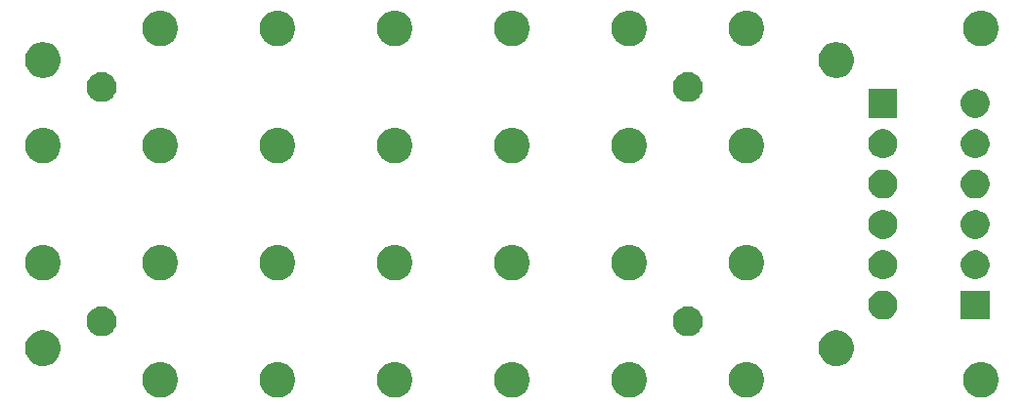
<source format=gbr>
G04 #@! TF.GenerationSoftware,KiCad,Pcbnew,5.1.5-52549c5~86~ubuntu18.04.1*
G04 #@! TF.CreationDate,2020-09-02T18:09:45-05:00*
G04 #@! TF.ProjectId,C00,4330302e-6b69-4636-9164-5f7063625858,rev?*
G04 #@! TF.SameCoordinates,Original*
G04 #@! TF.FileFunction,Soldermask,Bot*
G04 #@! TF.FilePolarity,Negative*
%FSLAX46Y46*%
G04 Gerber Fmt 4.6, Leading zero omitted, Abs format (unit mm)*
G04 Created by KiCad (PCBNEW 5.1.5-52549c5~86~ubuntu18.04.1) date 2020-09-02 18:09:45*
%MOMM*%
%LPD*%
G04 APERTURE LIST*
%ADD10C,0.100000*%
G04 APERTURE END LIST*
D10*
G36*
X105392585Y-52768802D02*
G01*
X105542410Y-52798604D01*
X105824674Y-52915521D01*
X106078705Y-53085259D01*
X106294741Y-53301295D01*
X106464479Y-53555326D01*
X106581396Y-53837590D01*
X106641000Y-54137240D01*
X106641000Y-54442760D01*
X106581396Y-54742410D01*
X106464479Y-55024674D01*
X106294741Y-55278705D01*
X106078705Y-55494741D01*
X105824674Y-55664479D01*
X105542410Y-55781396D01*
X105392585Y-55811198D01*
X105242761Y-55841000D01*
X104937239Y-55841000D01*
X104787415Y-55811198D01*
X104637590Y-55781396D01*
X104355326Y-55664479D01*
X104101295Y-55494741D01*
X103885259Y-55278705D01*
X103715521Y-55024674D01*
X103598604Y-54742410D01*
X103539000Y-54442760D01*
X103539000Y-54137240D01*
X103598604Y-53837590D01*
X103715521Y-53555326D01*
X103885259Y-53301295D01*
X104101295Y-53085259D01*
X104355326Y-52915521D01*
X104637590Y-52798604D01*
X104787415Y-52768802D01*
X104937239Y-52739000D01*
X105242761Y-52739000D01*
X105392585Y-52768802D01*
G37*
G36*
X44432585Y-52768802D02*
G01*
X44582410Y-52798604D01*
X44864674Y-52915521D01*
X45118705Y-53085259D01*
X45334741Y-53301295D01*
X45504479Y-53555326D01*
X45621396Y-53837590D01*
X45681000Y-54137240D01*
X45681000Y-54442760D01*
X45621396Y-54742410D01*
X45504479Y-55024674D01*
X45334741Y-55278705D01*
X45118705Y-55494741D01*
X44864674Y-55664479D01*
X44582410Y-55781396D01*
X44432585Y-55811198D01*
X44282761Y-55841000D01*
X43977239Y-55841000D01*
X43827415Y-55811198D01*
X43677590Y-55781396D01*
X43395326Y-55664479D01*
X43141295Y-55494741D01*
X42925259Y-55278705D01*
X42755521Y-55024674D01*
X42638604Y-54742410D01*
X42579000Y-54442760D01*
X42579000Y-54137240D01*
X42638604Y-53837590D01*
X42755521Y-53555326D01*
X42925259Y-53301295D01*
X43141295Y-53085259D01*
X43395326Y-52915521D01*
X43677590Y-52798604D01*
X43827415Y-52768802D01*
X43977239Y-52739000D01*
X44282761Y-52739000D01*
X44432585Y-52768802D01*
G37*
G36*
X34272585Y-52768802D02*
G01*
X34422410Y-52798604D01*
X34704674Y-52915521D01*
X34958705Y-53085259D01*
X35174741Y-53301295D01*
X35344479Y-53555326D01*
X35461396Y-53837590D01*
X35521000Y-54137240D01*
X35521000Y-54442760D01*
X35461396Y-54742410D01*
X35344479Y-55024674D01*
X35174741Y-55278705D01*
X34958705Y-55494741D01*
X34704674Y-55664479D01*
X34422410Y-55781396D01*
X34272585Y-55811198D01*
X34122761Y-55841000D01*
X33817239Y-55841000D01*
X33667415Y-55811198D01*
X33517590Y-55781396D01*
X33235326Y-55664479D01*
X32981295Y-55494741D01*
X32765259Y-55278705D01*
X32595521Y-55024674D01*
X32478604Y-54742410D01*
X32419000Y-54442760D01*
X32419000Y-54137240D01*
X32478604Y-53837590D01*
X32595521Y-53555326D01*
X32765259Y-53301295D01*
X32981295Y-53085259D01*
X33235326Y-52915521D01*
X33517590Y-52798604D01*
X33667415Y-52768802D01*
X33817239Y-52739000D01*
X34122761Y-52739000D01*
X34272585Y-52768802D01*
G37*
G36*
X54592585Y-52768802D02*
G01*
X54742410Y-52798604D01*
X55024674Y-52915521D01*
X55278705Y-53085259D01*
X55494741Y-53301295D01*
X55664479Y-53555326D01*
X55781396Y-53837590D01*
X55841000Y-54137240D01*
X55841000Y-54442760D01*
X55781396Y-54742410D01*
X55664479Y-55024674D01*
X55494741Y-55278705D01*
X55278705Y-55494741D01*
X55024674Y-55664479D01*
X54742410Y-55781396D01*
X54592585Y-55811198D01*
X54442761Y-55841000D01*
X54137239Y-55841000D01*
X53987415Y-55811198D01*
X53837590Y-55781396D01*
X53555326Y-55664479D01*
X53301295Y-55494741D01*
X53085259Y-55278705D01*
X52915521Y-55024674D01*
X52798604Y-54742410D01*
X52739000Y-54442760D01*
X52739000Y-54137240D01*
X52798604Y-53837590D01*
X52915521Y-53555326D01*
X53085259Y-53301295D01*
X53301295Y-53085259D01*
X53555326Y-52915521D01*
X53837590Y-52798604D01*
X53987415Y-52768802D01*
X54137239Y-52739000D01*
X54442761Y-52739000D01*
X54592585Y-52768802D01*
G37*
G36*
X74912585Y-52768802D02*
G01*
X75062410Y-52798604D01*
X75344674Y-52915521D01*
X75598705Y-53085259D01*
X75814741Y-53301295D01*
X75984479Y-53555326D01*
X76101396Y-53837590D01*
X76161000Y-54137240D01*
X76161000Y-54442760D01*
X76101396Y-54742410D01*
X75984479Y-55024674D01*
X75814741Y-55278705D01*
X75598705Y-55494741D01*
X75344674Y-55664479D01*
X75062410Y-55781396D01*
X74912585Y-55811198D01*
X74762761Y-55841000D01*
X74457239Y-55841000D01*
X74307415Y-55811198D01*
X74157590Y-55781396D01*
X73875326Y-55664479D01*
X73621295Y-55494741D01*
X73405259Y-55278705D01*
X73235521Y-55024674D01*
X73118604Y-54742410D01*
X73059000Y-54442760D01*
X73059000Y-54137240D01*
X73118604Y-53837590D01*
X73235521Y-53555326D01*
X73405259Y-53301295D01*
X73621295Y-53085259D01*
X73875326Y-52915521D01*
X74157590Y-52798604D01*
X74307415Y-52768802D01*
X74457239Y-52739000D01*
X74762761Y-52739000D01*
X74912585Y-52768802D01*
G37*
G36*
X85072585Y-52768802D02*
G01*
X85222410Y-52798604D01*
X85504674Y-52915521D01*
X85758705Y-53085259D01*
X85974741Y-53301295D01*
X86144479Y-53555326D01*
X86261396Y-53837590D01*
X86321000Y-54137240D01*
X86321000Y-54442760D01*
X86261396Y-54742410D01*
X86144479Y-55024674D01*
X85974741Y-55278705D01*
X85758705Y-55494741D01*
X85504674Y-55664479D01*
X85222410Y-55781396D01*
X85072585Y-55811198D01*
X84922761Y-55841000D01*
X84617239Y-55841000D01*
X84467415Y-55811198D01*
X84317590Y-55781396D01*
X84035326Y-55664479D01*
X83781295Y-55494741D01*
X83565259Y-55278705D01*
X83395521Y-55024674D01*
X83278604Y-54742410D01*
X83219000Y-54442760D01*
X83219000Y-54137240D01*
X83278604Y-53837590D01*
X83395521Y-53555326D01*
X83565259Y-53301295D01*
X83781295Y-53085259D01*
X84035326Y-52915521D01*
X84317590Y-52798604D01*
X84467415Y-52768802D01*
X84617239Y-52739000D01*
X84922761Y-52739000D01*
X85072585Y-52768802D01*
G37*
G36*
X64752585Y-52768802D02*
G01*
X64902410Y-52798604D01*
X65184674Y-52915521D01*
X65438705Y-53085259D01*
X65654741Y-53301295D01*
X65824479Y-53555326D01*
X65941396Y-53837590D01*
X66001000Y-54137240D01*
X66001000Y-54442760D01*
X65941396Y-54742410D01*
X65824479Y-55024674D01*
X65654741Y-55278705D01*
X65438705Y-55494741D01*
X65184674Y-55664479D01*
X64902410Y-55781396D01*
X64752585Y-55811198D01*
X64602761Y-55841000D01*
X64297239Y-55841000D01*
X64147415Y-55811198D01*
X63997590Y-55781396D01*
X63715326Y-55664479D01*
X63461295Y-55494741D01*
X63245259Y-55278705D01*
X63075521Y-55024674D01*
X62958604Y-54742410D01*
X62899000Y-54442760D01*
X62899000Y-54137240D01*
X62958604Y-53837590D01*
X63075521Y-53555326D01*
X63245259Y-53301295D01*
X63461295Y-53085259D01*
X63715326Y-52915521D01*
X63997590Y-52798604D01*
X64147415Y-52768802D01*
X64297239Y-52739000D01*
X64602761Y-52739000D01*
X64752585Y-52768802D01*
G37*
G36*
X24112585Y-50028802D02*
G01*
X24262410Y-50058604D01*
X24544674Y-50175521D01*
X24798705Y-50345259D01*
X25014741Y-50561295D01*
X25184479Y-50815326D01*
X25301396Y-51097590D01*
X25361000Y-51397240D01*
X25361000Y-51702760D01*
X25301396Y-52002410D01*
X25184479Y-52284674D01*
X25014741Y-52538705D01*
X24798705Y-52754741D01*
X24544674Y-52924479D01*
X24262410Y-53041396D01*
X24112585Y-53071198D01*
X23962761Y-53101000D01*
X23657239Y-53101000D01*
X23507415Y-53071198D01*
X23357590Y-53041396D01*
X23075326Y-52924479D01*
X22821295Y-52754741D01*
X22605259Y-52538705D01*
X22435521Y-52284674D01*
X22318604Y-52002410D01*
X22259000Y-51702760D01*
X22259000Y-51397240D01*
X22318604Y-51097590D01*
X22435521Y-50815326D01*
X22605259Y-50561295D01*
X22821295Y-50345259D01*
X23075326Y-50175521D01*
X23357590Y-50058604D01*
X23507415Y-50028802D01*
X23657239Y-49999000D01*
X23962761Y-49999000D01*
X24112585Y-50028802D01*
G37*
G36*
X92862585Y-50028802D02*
G01*
X93012410Y-50058604D01*
X93294674Y-50175521D01*
X93548705Y-50345259D01*
X93764741Y-50561295D01*
X93934479Y-50815326D01*
X94051396Y-51097590D01*
X94111000Y-51397240D01*
X94111000Y-51702760D01*
X94051396Y-52002410D01*
X93934479Y-52284674D01*
X93764741Y-52538705D01*
X93548705Y-52754741D01*
X93294674Y-52924479D01*
X93012410Y-53041396D01*
X92862585Y-53071198D01*
X92712761Y-53101000D01*
X92407239Y-53101000D01*
X92257415Y-53071198D01*
X92107590Y-53041396D01*
X91825326Y-52924479D01*
X91571295Y-52754741D01*
X91355259Y-52538705D01*
X91185521Y-52284674D01*
X91068604Y-52002410D01*
X91009000Y-51702760D01*
X91009000Y-51397240D01*
X91068604Y-51097590D01*
X91185521Y-50815326D01*
X91355259Y-50561295D01*
X91571295Y-50345259D01*
X91825326Y-50175521D01*
X92107590Y-50058604D01*
X92257415Y-50028802D01*
X92407239Y-49999000D01*
X92712761Y-49999000D01*
X92862585Y-50028802D01*
G37*
G36*
X80069393Y-47959304D02*
G01*
X80306101Y-48057352D01*
X80306103Y-48057353D01*
X80519135Y-48199696D01*
X80700304Y-48380865D01*
X80842647Y-48593897D01*
X80842648Y-48593899D01*
X80940696Y-48830607D01*
X80990680Y-49081893D01*
X80990680Y-49338107D01*
X80940696Y-49589393D01*
X80842648Y-49826101D01*
X80842647Y-49826103D01*
X80700304Y-50039135D01*
X80519135Y-50220304D01*
X80306103Y-50362647D01*
X80306102Y-50362648D01*
X80306101Y-50362648D01*
X80069393Y-50460696D01*
X79818107Y-50510680D01*
X79561893Y-50510680D01*
X79310607Y-50460696D01*
X79073899Y-50362648D01*
X79073898Y-50362648D01*
X79073897Y-50362647D01*
X78860865Y-50220304D01*
X78679696Y-50039135D01*
X78537353Y-49826103D01*
X78537352Y-49826101D01*
X78439304Y-49589393D01*
X78389320Y-49338107D01*
X78389320Y-49081893D01*
X78439304Y-48830607D01*
X78537352Y-48593899D01*
X78537353Y-48593897D01*
X78679696Y-48380865D01*
X78860865Y-48199696D01*
X79073897Y-48057353D01*
X79073899Y-48057352D01*
X79310607Y-47959304D01*
X79561893Y-47909320D01*
X79818107Y-47909320D01*
X80069393Y-47959304D01*
G37*
G36*
X29269393Y-47959304D02*
G01*
X29506101Y-48057352D01*
X29506103Y-48057353D01*
X29719135Y-48199696D01*
X29900304Y-48380865D01*
X30042647Y-48593897D01*
X30042648Y-48593899D01*
X30140696Y-48830607D01*
X30190680Y-49081893D01*
X30190680Y-49338107D01*
X30140696Y-49589393D01*
X30042648Y-49826101D01*
X30042647Y-49826103D01*
X29900304Y-50039135D01*
X29719135Y-50220304D01*
X29506103Y-50362647D01*
X29506102Y-50362648D01*
X29506101Y-50362648D01*
X29269393Y-50460696D01*
X29018107Y-50510680D01*
X28761893Y-50510680D01*
X28510607Y-50460696D01*
X28273899Y-50362648D01*
X28273898Y-50362648D01*
X28273897Y-50362647D01*
X28060865Y-50220304D01*
X27879696Y-50039135D01*
X27737353Y-49826103D01*
X27737352Y-49826101D01*
X27639304Y-49589393D01*
X27589320Y-49338107D01*
X27589320Y-49081893D01*
X27639304Y-48830607D01*
X27737352Y-48593899D01*
X27737353Y-48593897D01*
X27879696Y-48380865D01*
X28060865Y-48199696D01*
X28273897Y-48057353D01*
X28273899Y-48057352D01*
X28510607Y-47959304D01*
X28761893Y-47909320D01*
X29018107Y-47909320D01*
X29269393Y-47959304D01*
G37*
G36*
X96964903Y-46597075D02*
G01*
X97192571Y-46691378D01*
X97397466Y-46828285D01*
X97571715Y-47002534D01*
X97571716Y-47002536D01*
X97708623Y-47207431D01*
X97802925Y-47435097D01*
X97851000Y-47676786D01*
X97851000Y-47923214D01*
X97802925Y-48164903D01*
X97713471Y-48380866D01*
X97708622Y-48392571D01*
X97571715Y-48597466D01*
X97397466Y-48771715D01*
X97192571Y-48908622D01*
X97192570Y-48908623D01*
X97192569Y-48908623D01*
X96964903Y-49002925D01*
X96723214Y-49051000D01*
X96476786Y-49051000D01*
X96235097Y-49002925D01*
X96007431Y-48908623D01*
X96007430Y-48908623D01*
X96007429Y-48908622D01*
X95802534Y-48771715D01*
X95628285Y-48597466D01*
X95491378Y-48392571D01*
X95486530Y-48380866D01*
X95397075Y-48164903D01*
X95349000Y-47923214D01*
X95349000Y-47676786D01*
X95397075Y-47435097D01*
X95491377Y-47207431D01*
X95628284Y-47002536D01*
X95628285Y-47002534D01*
X95802534Y-46828285D01*
X96007429Y-46691378D01*
X96235097Y-46597075D01*
X96476786Y-46549000D01*
X96723214Y-46549000D01*
X96964903Y-46597075D01*
G37*
G36*
X105851000Y-49051000D02*
G01*
X103349000Y-49051000D01*
X103349000Y-46549000D01*
X105851000Y-46549000D01*
X105851000Y-49051000D01*
G37*
G36*
X34272585Y-42608802D02*
G01*
X34422410Y-42638604D01*
X34704674Y-42755521D01*
X34958705Y-42925259D01*
X35174741Y-43141295D01*
X35344479Y-43395326D01*
X35461396Y-43677590D01*
X35521000Y-43977240D01*
X35521000Y-44282760D01*
X35461396Y-44582410D01*
X35344479Y-44864674D01*
X35174741Y-45118705D01*
X34958705Y-45334741D01*
X34704674Y-45504479D01*
X34422410Y-45621396D01*
X34272585Y-45651198D01*
X34122761Y-45681000D01*
X33817239Y-45681000D01*
X33667415Y-45651198D01*
X33517590Y-45621396D01*
X33235326Y-45504479D01*
X32981295Y-45334741D01*
X32765259Y-45118705D01*
X32595521Y-44864674D01*
X32478604Y-44582410D01*
X32419000Y-44282760D01*
X32419000Y-43977240D01*
X32478604Y-43677590D01*
X32595521Y-43395326D01*
X32765259Y-43141295D01*
X32981295Y-42925259D01*
X33235326Y-42755521D01*
X33517590Y-42638604D01*
X33667415Y-42608802D01*
X33817239Y-42579000D01*
X34122761Y-42579000D01*
X34272585Y-42608802D01*
G37*
G36*
X85072585Y-42608802D02*
G01*
X85222410Y-42638604D01*
X85504674Y-42755521D01*
X85758705Y-42925259D01*
X85974741Y-43141295D01*
X86144479Y-43395326D01*
X86261396Y-43677590D01*
X86321000Y-43977240D01*
X86321000Y-44282760D01*
X86261396Y-44582410D01*
X86144479Y-44864674D01*
X85974741Y-45118705D01*
X85758705Y-45334741D01*
X85504674Y-45504479D01*
X85222410Y-45621396D01*
X85072585Y-45651198D01*
X84922761Y-45681000D01*
X84617239Y-45681000D01*
X84467415Y-45651198D01*
X84317590Y-45621396D01*
X84035326Y-45504479D01*
X83781295Y-45334741D01*
X83565259Y-45118705D01*
X83395521Y-44864674D01*
X83278604Y-44582410D01*
X83219000Y-44282760D01*
X83219000Y-43977240D01*
X83278604Y-43677590D01*
X83395521Y-43395326D01*
X83565259Y-43141295D01*
X83781295Y-42925259D01*
X84035326Y-42755521D01*
X84317590Y-42638604D01*
X84467415Y-42608802D01*
X84617239Y-42579000D01*
X84922761Y-42579000D01*
X85072585Y-42608802D01*
G37*
G36*
X74912585Y-42608802D02*
G01*
X75062410Y-42638604D01*
X75344674Y-42755521D01*
X75598705Y-42925259D01*
X75814741Y-43141295D01*
X75984479Y-43395326D01*
X76101396Y-43677590D01*
X76161000Y-43977240D01*
X76161000Y-44282760D01*
X76101396Y-44582410D01*
X75984479Y-44864674D01*
X75814741Y-45118705D01*
X75598705Y-45334741D01*
X75344674Y-45504479D01*
X75062410Y-45621396D01*
X74912585Y-45651198D01*
X74762761Y-45681000D01*
X74457239Y-45681000D01*
X74307415Y-45651198D01*
X74157590Y-45621396D01*
X73875326Y-45504479D01*
X73621295Y-45334741D01*
X73405259Y-45118705D01*
X73235521Y-44864674D01*
X73118604Y-44582410D01*
X73059000Y-44282760D01*
X73059000Y-43977240D01*
X73118604Y-43677590D01*
X73235521Y-43395326D01*
X73405259Y-43141295D01*
X73621295Y-42925259D01*
X73875326Y-42755521D01*
X74157590Y-42638604D01*
X74307415Y-42608802D01*
X74457239Y-42579000D01*
X74762761Y-42579000D01*
X74912585Y-42608802D01*
G37*
G36*
X64752585Y-42608802D02*
G01*
X64902410Y-42638604D01*
X65184674Y-42755521D01*
X65438705Y-42925259D01*
X65654741Y-43141295D01*
X65824479Y-43395326D01*
X65941396Y-43677590D01*
X66001000Y-43977240D01*
X66001000Y-44282760D01*
X65941396Y-44582410D01*
X65824479Y-44864674D01*
X65654741Y-45118705D01*
X65438705Y-45334741D01*
X65184674Y-45504479D01*
X64902410Y-45621396D01*
X64752585Y-45651198D01*
X64602761Y-45681000D01*
X64297239Y-45681000D01*
X64147415Y-45651198D01*
X63997590Y-45621396D01*
X63715326Y-45504479D01*
X63461295Y-45334741D01*
X63245259Y-45118705D01*
X63075521Y-44864674D01*
X62958604Y-44582410D01*
X62899000Y-44282760D01*
X62899000Y-43977240D01*
X62958604Y-43677590D01*
X63075521Y-43395326D01*
X63245259Y-43141295D01*
X63461295Y-42925259D01*
X63715326Y-42755521D01*
X63997590Y-42638604D01*
X64147415Y-42608802D01*
X64297239Y-42579000D01*
X64602761Y-42579000D01*
X64752585Y-42608802D01*
G37*
G36*
X54592585Y-42608802D02*
G01*
X54742410Y-42638604D01*
X55024674Y-42755521D01*
X55278705Y-42925259D01*
X55494741Y-43141295D01*
X55664479Y-43395326D01*
X55781396Y-43677590D01*
X55841000Y-43977240D01*
X55841000Y-44282760D01*
X55781396Y-44582410D01*
X55664479Y-44864674D01*
X55494741Y-45118705D01*
X55278705Y-45334741D01*
X55024674Y-45504479D01*
X54742410Y-45621396D01*
X54592585Y-45651198D01*
X54442761Y-45681000D01*
X54137239Y-45681000D01*
X53987415Y-45651198D01*
X53837590Y-45621396D01*
X53555326Y-45504479D01*
X53301295Y-45334741D01*
X53085259Y-45118705D01*
X52915521Y-44864674D01*
X52798604Y-44582410D01*
X52739000Y-44282760D01*
X52739000Y-43977240D01*
X52798604Y-43677590D01*
X52915521Y-43395326D01*
X53085259Y-43141295D01*
X53301295Y-42925259D01*
X53555326Y-42755521D01*
X53837590Y-42638604D01*
X53987415Y-42608802D01*
X54137239Y-42579000D01*
X54442761Y-42579000D01*
X54592585Y-42608802D01*
G37*
G36*
X44432585Y-42608802D02*
G01*
X44582410Y-42638604D01*
X44864674Y-42755521D01*
X45118705Y-42925259D01*
X45334741Y-43141295D01*
X45504479Y-43395326D01*
X45621396Y-43677590D01*
X45681000Y-43977240D01*
X45681000Y-44282760D01*
X45621396Y-44582410D01*
X45504479Y-44864674D01*
X45334741Y-45118705D01*
X45118705Y-45334741D01*
X44864674Y-45504479D01*
X44582410Y-45621396D01*
X44432585Y-45651198D01*
X44282761Y-45681000D01*
X43977239Y-45681000D01*
X43827415Y-45651198D01*
X43677590Y-45621396D01*
X43395326Y-45504479D01*
X43141295Y-45334741D01*
X42925259Y-45118705D01*
X42755521Y-44864674D01*
X42638604Y-44582410D01*
X42579000Y-44282760D01*
X42579000Y-43977240D01*
X42638604Y-43677590D01*
X42755521Y-43395326D01*
X42925259Y-43141295D01*
X43141295Y-42925259D01*
X43395326Y-42755521D01*
X43677590Y-42638604D01*
X43827415Y-42608802D01*
X43977239Y-42579000D01*
X44282761Y-42579000D01*
X44432585Y-42608802D01*
G37*
G36*
X24112585Y-42608802D02*
G01*
X24262410Y-42638604D01*
X24544674Y-42755521D01*
X24798705Y-42925259D01*
X25014741Y-43141295D01*
X25184479Y-43395326D01*
X25301396Y-43677590D01*
X25361000Y-43977240D01*
X25361000Y-44282760D01*
X25301396Y-44582410D01*
X25184479Y-44864674D01*
X25014741Y-45118705D01*
X24798705Y-45334741D01*
X24544674Y-45504479D01*
X24262410Y-45621396D01*
X24112585Y-45651198D01*
X23962761Y-45681000D01*
X23657239Y-45681000D01*
X23507415Y-45651198D01*
X23357590Y-45621396D01*
X23075326Y-45504479D01*
X22821295Y-45334741D01*
X22605259Y-45118705D01*
X22435521Y-44864674D01*
X22318604Y-44582410D01*
X22259000Y-44282760D01*
X22259000Y-43977240D01*
X22318604Y-43677590D01*
X22435521Y-43395326D01*
X22605259Y-43141295D01*
X22821295Y-42925259D01*
X23075326Y-42755521D01*
X23357590Y-42638604D01*
X23507415Y-42608802D01*
X23657239Y-42579000D01*
X23962761Y-42579000D01*
X24112585Y-42608802D01*
G37*
G36*
X96964903Y-43097075D02*
G01*
X97192571Y-43191378D01*
X97397466Y-43328285D01*
X97571715Y-43502534D01*
X97708622Y-43707429D01*
X97802925Y-43935097D01*
X97851000Y-44176787D01*
X97851000Y-44423213D01*
X97802925Y-44664903D01*
X97708622Y-44892571D01*
X97571715Y-45097466D01*
X97397466Y-45271715D01*
X97192571Y-45408622D01*
X97192570Y-45408623D01*
X97192569Y-45408623D01*
X96964903Y-45502925D01*
X96723214Y-45551000D01*
X96476786Y-45551000D01*
X96235097Y-45502925D01*
X96007431Y-45408623D01*
X96007430Y-45408623D01*
X96007429Y-45408622D01*
X95802534Y-45271715D01*
X95628285Y-45097466D01*
X95491378Y-44892571D01*
X95397075Y-44664903D01*
X95349000Y-44423213D01*
X95349000Y-44176787D01*
X95397075Y-43935097D01*
X95491378Y-43707429D01*
X95628285Y-43502534D01*
X95802534Y-43328285D01*
X96007429Y-43191378D01*
X96235097Y-43097075D01*
X96476786Y-43049000D01*
X96723214Y-43049000D01*
X96964903Y-43097075D01*
G37*
G36*
X104964903Y-43097075D02*
G01*
X105192571Y-43191378D01*
X105397466Y-43328285D01*
X105571715Y-43502534D01*
X105708622Y-43707429D01*
X105802925Y-43935097D01*
X105851000Y-44176787D01*
X105851000Y-44423213D01*
X105802925Y-44664903D01*
X105708622Y-44892571D01*
X105571715Y-45097466D01*
X105397466Y-45271715D01*
X105192571Y-45408622D01*
X105192570Y-45408623D01*
X105192569Y-45408623D01*
X104964903Y-45502925D01*
X104723214Y-45551000D01*
X104476786Y-45551000D01*
X104235097Y-45502925D01*
X104007431Y-45408623D01*
X104007430Y-45408623D01*
X104007429Y-45408622D01*
X103802534Y-45271715D01*
X103628285Y-45097466D01*
X103491378Y-44892571D01*
X103397075Y-44664903D01*
X103349000Y-44423213D01*
X103349000Y-44176787D01*
X103397075Y-43935097D01*
X103491378Y-43707429D01*
X103628285Y-43502534D01*
X103802534Y-43328285D01*
X104007429Y-43191378D01*
X104235097Y-43097075D01*
X104476786Y-43049000D01*
X104723214Y-43049000D01*
X104964903Y-43097075D01*
G37*
G36*
X104964903Y-39597075D02*
G01*
X105192571Y-39691378D01*
X105397466Y-39828285D01*
X105571715Y-40002534D01*
X105708622Y-40207429D01*
X105802925Y-40435097D01*
X105851000Y-40676787D01*
X105851000Y-40923213D01*
X105802925Y-41164903D01*
X105708622Y-41392571D01*
X105571715Y-41597466D01*
X105397466Y-41771715D01*
X105192571Y-41908622D01*
X105192570Y-41908623D01*
X105192569Y-41908623D01*
X104964903Y-42002925D01*
X104723214Y-42051000D01*
X104476786Y-42051000D01*
X104235097Y-42002925D01*
X104007431Y-41908623D01*
X104007430Y-41908623D01*
X104007429Y-41908622D01*
X103802534Y-41771715D01*
X103628285Y-41597466D01*
X103491378Y-41392571D01*
X103397075Y-41164903D01*
X103349000Y-40923213D01*
X103349000Y-40676787D01*
X103397075Y-40435097D01*
X103491378Y-40207429D01*
X103628285Y-40002534D01*
X103802534Y-39828285D01*
X104007429Y-39691378D01*
X104235097Y-39597075D01*
X104476786Y-39549000D01*
X104723214Y-39549000D01*
X104964903Y-39597075D01*
G37*
G36*
X96964903Y-39597075D02*
G01*
X97192571Y-39691378D01*
X97397466Y-39828285D01*
X97571715Y-40002534D01*
X97708622Y-40207429D01*
X97802925Y-40435097D01*
X97851000Y-40676787D01*
X97851000Y-40923213D01*
X97802925Y-41164903D01*
X97708622Y-41392571D01*
X97571715Y-41597466D01*
X97397466Y-41771715D01*
X97192571Y-41908622D01*
X97192570Y-41908623D01*
X97192569Y-41908623D01*
X96964903Y-42002925D01*
X96723214Y-42051000D01*
X96476786Y-42051000D01*
X96235097Y-42002925D01*
X96007431Y-41908623D01*
X96007430Y-41908623D01*
X96007429Y-41908622D01*
X95802534Y-41771715D01*
X95628285Y-41597466D01*
X95491378Y-41392571D01*
X95397075Y-41164903D01*
X95349000Y-40923213D01*
X95349000Y-40676787D01*
X95397075Y-40435097D01*
X95491378Y-40207429D01*
X95628285Y-40002534D01*
X95802534Y-39828285D01*
X96007429Y-39691378D01*
X96235097Y-39597075D01*
X96476786Y-39549000D01*
X96723214Y-39549000D01*
X96964903Y-39597075D01*
G37*
G36*
X104964903Y-36097075D02*
G01*
X105192571Y-36191378D01*
X105397466Y-36328285D01*
X105571715Y-36502534D01*
X105708622Y-36707429D01*
X105802925Y-36935097D01*
X105851000Y-37176787D01*
X105851000Y-37423213D01*
X105802925Y-37664903D01*
X105708622Y-37892571D01*
X105571715Y-38097466D01*
X105397466Y-38271715D01*
X105192571Y-38408622D01*
X105192570Y-38408623D01*
X105192569Y-38408623D01*
X104964903Y-38502925D01*
X104723214Y-38551000D01*
X104476786Y-38551000D01*
X104235097Y-38502925D01*
X104007431Y-38408623D01*
X104007430Y-38408623D01*
X104007429Y-38408622D01*
X103802534Y-38271715D01*
X103628285Y-38097466D01*
X103491378Y-37892571D01*
X103397075Y-37664903D01*
X103349000Y-37423213D01*
X103349000Y-37176787D01*
X103397075Y-36935097D01*
X103491378Y-36707429D01*
X103628285Y-36502534D01*
X103802534Y-36328285D01*
X104007429Y-36191378D01*
X104235097Y-36097075D01*
X104476786Y-36049000D01*
X104723214Y-36049000D01*
X104964903Y-36097075D01*
G37*
G36*
X96964903Y-36097075D02*
G01*
X97192571Y-36191378D01*
X97397466Y-36328285D01*
X97571715Y-36502534D01*
X97708622Y-36707429D01*
X97802925Y-36935097D01*
X97851000Y-37176787D01*
X97851000Y-37423213D01*
X97802925Y-37664903D01*
X97708622Y-37892571D01*
X97571715Y-38097466D01*
X97397466Y-38271715D01*
X97192571Y-38408622D01*
X97192570Y-38408623D01*
X97192569Y-38408623D01*
X96964903Y-38502925D01*
X96723214Y-38551000D01*
X96476786Y-38551000D01*
X96235097Y-38502925D01*
X96007431Y-38408623D01*
X96007430Y-38408623D01*
X96007429Y-38408622D01*
X95802534Y-38271715D01*
X95628285Y-38097466D01*
X95491378Y-37892571D01*
X95397075Y-37664903D01*
X95349000Y-37423213D01*
X95349000Y-37176787D01*
X95397075Y-36935097D01*
X95491378Y-36707429D01*
X95628285Y-36502534D01*
X95802534Y-36328285D01*
X96007429Y-36191378D01*
X96235097Y-36097075D01*
X96476786Y-36049000D01*
X96723214Y-36049000D01*
X96964903Y-36097075D01*
G37*
G36*
X24112585Y-32448802D02*
G01*
X24262410Y-32478604D01*
X24544674Y-32595521D01*
X24798705Y-32765259D01*
X25014741Y-32981295D01*
X25184479Y-33235326D01*
X25301396Y-33517590D01*
X25361000Y-33817240D01*
X25361000Y-34122760D01*
X25301396Y-34422410D01*
X25184479Y-34704674D01*
X25014741Y-34958705D01*
X24798705Y-35174741D01*
X24544674Y-35344479D01*
X24262410Y-35461396D01*
X24112585Y-35491198D01*
X23962761Y-35521000D01*
X23657239Y-35521000D01*
X23507415Y-35491198D01*
X23357590Y-35461396D01*
X23075326Y-35344479D01*
X22821295Y-35174741D01*
X22605259Y-34958705D01*
X22435521Y-34704674D01*
X22318604Y-34422410D01*
X22259000Y-34122760D01*
X22259000Y-33817240D01*
X22318604Y-33517590D01*
X22435521Y-33235326D01*
X22605259Y-32981295D01*
X22821295Y-32765259D01*
X23075326Y-32595521D01*
X23357590Y-32478604D01*
X23507415Y-32448802D01*
X23657239Y-32419000D01*
X23962761Y-32419000D01*
X24112585Y-32448802D01*
G37*
G36*
X34272585Y-32448802D02*
G01*
X34422410Y-32478604D01*
X34704674Y-32595521D01*
X34958705Y-32765259D01*
X35174741Y-32981295D01*
X35344479Y-33235326D01*
X35461396Y-33517590D01*
X35521000Y-33817240D01*
X35521000Y-34122760D01*
X35461396Y-34422410D01*
X35344479Y-34704674D01*
X35174741Y-34958705D01*
X34958705Y-35174741D01*
X34704674Y-35344479D01*
X34422410Y-35461396D01*
X34272585Y-35491198D01*
X34122761Y-35521000D01*
X33817239Y-35521000D01*
X33667415Y-35491198D01*
X33517590Y-35461396D01*
X33235326Y-35344479D01*
X32981295Y-35174741D01*
X32765259Y-34958705D01*
X32595521Y-34704674D01*
X32478604Y-34422410D01*
X32419000Y-34122760D01*
X32419000Y-33817240D01*
X32478604Y-33517590D01*
X32595521Y-33235326D01*
X32765259Y-32981295D01*
X32981295Y-32765259D01*
X33235326Y-32595521D01*
X33517590Y-32478604D01*
X33667415Y-32448802D01*
X33817239Y-32419000D01*
X34122761Y-32419000D01*
X34272585Y-32448802D01*
G37*
G36*
X44432585Y-32448802D02*
G01*
X44582410Y-32478604D01*
X44864674Y-32595521D01*
X45118705Y-32765259D01*
X45334741Y-32981295D01*
X45504479Y-33235326D01*
X45621396Y-33517590D01*
X45681000Y-33817240D01*
X45681000Y-34122760D01*
X45621396Y-34422410D01*
X45504479Y-34704674D01*
X45334741Y-34958705D01*
X45118705Y-35174741D01*
X44864674Y-35344479D01*
X44582410Y-35461396D01*
X44432585Y-35491198D01*
X44282761Y-35521000D01*
X43977239Y-35521000D01*
X43827415Y-35491198D01*
X43677590Y-35461396D01*
X43395326Y-35344479D01*
X43141295Y-35174741D01*
X42925259Y-34958705D01*
X42755521Y-34704674D01*
X42638604Y-34422410D01*
X42579000Y-34122760D01*
X42579000Y-33817240D01*
X42638604Y-33517590D01*
X42755521Y-33235326D01*
X42925259Y-32981295D01*
X43141295Y-32765259D01*
X43395326Y-32595521D01*
X43677590Y-32478604D01*
X43827415Y-32448802D01*
X43977239Y-32419000D01*
X44282761Y-32419000D01*
X44432585Y-32448802D01*
G37*
G36*
X54592585Y-32448802D02*
G01*
X54742410Y-32478604D01*
X55024674Y-32595521D01*
X55278705Y-32765259D01*
X55494741Y-32981295D01*
X55664479Y-33235326D01*
X55781396Y-33517590D01*
X55841000Y-33817240D01*
X55841000Y-34122760D01*
X55781396Y-34422410D01*
X55664479Y-34704674D01*
X55494741Y-34958705D01*
X55278705Y-35174741D01*
X55024674Y-35344479D01*
X54742410Y-35461396D01*
X54592585Y-35491198D01*
X54442761Y-35521000D01*
X54137239Y-35521000D01*
X53987415Y-35491198D01*
X53837590Y-35461396D01*
X53555326Y-35344479D01*
X53301295Y-35174741D01*
X53085259Y-34958705D01*
X52915521Y-34704674D01*
X52798604Y-34422410D01*
X52739000Y-34122760D01*
X52739000Y-33817240D01*
X52798604Y-33517590D01*
X52915521Y-33235326D01*
X53085259Y-32981295D01*
X53301295Y-32765259D01*
X53555326Y-32595521D01*
X53837590Y-32478604D01*
X53987415Y-32448802D01*
X54137239Y-32419000D01*
X54442761Y-32419000D01*
X54592585Y-32448802D01*
G37*
G36*
X64752585Y-32448802D02*
G01*
X64902410Y-32478604D01*
X65184674Y-32595521D01*
X65438705Y-32765259D01*
X65654741Y-32981295D01*
X65824479Y-33235326D01*
X65941396Y-33517590D01*
X66001000Y-33817240D01*
X66001000Y-34122760D01*
X65941396Y-34422410D01*
X65824479Y-34704674D01*
X65654741Y-34958705D01*
X65438705Y-35174741D01*
X65184674Y-35344479D01*
X64902410Y-35461396D01*
X64752585Y-35491198D01*
X64602761Y-35521000D01*
X64297239Y-35521000D01*
X64147415Y-35491198D01*
X63997590Y-35461396D01*
X63715326Y-35344479D01*
X63461295Y-35174741D01*
X63245259Y-34958705D01*
X63075521Y-34704674D01*
X62958604Y-34422410D01*
X62899000Y-34122760D01*
X62899000Y-33817240D01*
X62958604Y-33517590D01*
X63075521Y-33235326D01*
X63245259Y-32981295D01*
X63461295Y-32765259D01*
X63715326Y-32595521D01*
X63997590Y-32478604D01*
X64147415Y-32448802D01*
X64297239Y-32419000D01*
X64602761Y-32419000D01*
X64752585Y-32448802D01*
G37*
G36*
X74912585Y-32448802D02*
G01*
X75062410Y-32478604D01*
X75344674Y-32595521D01*
X75598705Y-32765259D01*
X75814741Y-32981295D01*
X75984479Y-33235326D01*
X76101396Y-33517590D01*
X76161000Y-33817240D01*
X76161000Y-34122760D01*
X76101396Y-34422410D01*
X75984479Y-34704674D01*
X75814741Y-34958705D01*
X75598705Y-35174741D01*
X75344674Y-35344479D01*
X75062410Y-35461396D01*
X74912585Y-35491198D01*
X74762761Y-35521000D01*
X74457239Y-35521000D01*
X74307415Y-35491198D01*
X74157590Y-35461396D01*
X73875326Y-35344479D01*
X73621295Y-35174741D01*
X73405259Y-34958705D01*
X73235521Y-34704674D01*
X73118604Y-34422410D01*
X73059000Y-34122760D01*
X73059000Y-33817240D01*
X73118604Y-33517590D01*
X73235521Y-33235326D01*
X73405259Y-32981295D01*
X73621295Y-32765259D01*
X73875326Y-32595521D01*
X74157590Y-32478604D01*
X74307415Y-32448802D01*
X74457239Y-32419000D01*
X74762761Y-32419000D01*
X74912585Y-32448802D01*
G37*
G36*
X85072585Y-32448802D02*
G01*
X85222410Y-32478604D01*
X85504674Y-32595521D01*
X85758705Y-32765259D01*
X85974741Y-32981295D01*
X86144479Y-33235326D01*
X86261396Y-33517590D01*
X86321000Y-33817240D01*
X86321000Y-34122760D01*
X86261396Y-34422410D01*
X86144479Y-34704674D01*
X85974741Y-34958705D01*
X85758705Y-35174741D01*
X85504674Y-35344479D01*
X85222410Y-35461396D01*
X85072585Y-35491198D01*
X84922761Y-35521000D01*
X84617239Y-35521000D01*
X84467415Y-35491198D01*
X84317590Y-35461396D01*
X84035326Y-35344479D01*
X83781295Y-35174741D01*
X83565259Y-34958705D01*
X83395521Y-34704674D01*
X83278604Y-34422410D01*
X83219000Y-34122760D01*
X83219000Y-33817240D01*
X83278604Y-33517590D01*
X83395521Y-33235326D01*
X83565259Y-32981295D01*
X83781295Y-32765259D01*
X84035326Y-32595521D01*
X84317590Y-32478604D01*
X84467415Y-32448802D01*
X84617239Y-32419000D01*
X84922761Y-32419000D01*
X85072585Y-32448802D01*
G37*
G36*
X96964903Y-32597075D02*
G01*
X97192571Y-32691378D01*
X97397466Y-32828285D01*
X97571715Y-33002534D01*
X97708622Y-33207429D01*
X97802925Y-33435097D01*
X97851000Y-33676787D01*
X97851000Y-33923213D01*
X97802925Y-34164903D01*
X97708622Y-34392571D01*
X97571715Y-34597466D01*
X97397466Y-34771715D01*
X97192571Y-34908622D01*
X97192570Y-34908623D01*
X97192569Y-34908623D01*
X96964903Y-35002925D01*
X96723214Y-35051000D01*
X96476786Y-35051000D01*
X96235097Y-35002925D01*
X96007431Y-34908623D01*
X96007430Y-34908623D01*
X96007429Y-34908622D01*
X95802534Y-34771715D01*
X95628285Y-34597466D01*
X95491378Y-34392571D01*
X95397075Y-34164903D01*
X95349000Y-33923213D01*
X95349000Y-33676787D01*
X95397075Y-33435097D01*
X95491378Y-33207429D01*
X95628285Y-33002534D01*
X95802534Y-32828285D01*
X96007429Y-32691378D01*
X96235097Y-32597075D01*
X96476786Y-32549000D01*
X96723214Y-32549000D01*
X96964903Y-32597075D01*
G37*
G36*
X104964903Y-32597075D02*
G01*
X105192571Y-32691378D01*
X105397466Y-32828285D01*
X105571715Y-33002534D01*
X105708622Y-33207429D01*
X105802925Y-33435097D01*
X105851000Y-33676787D01*
X105851000Y-33923213D01*
X105802925Y-34164903D01*
X105708622Y-34392571D01*
X105571715Y-34597466D01*
X105397466Y-34771715D01*
X105192571Y-34908622D01*
X105192570Y-34908623D01*
X105192569Y-34908623D01*
X104964903Y-35002925D01*
X104723214Y-35051000D01*
X104476786Y-35051000D01*
X104235097Y-35002925D01*
X104007431Y-34908623D01*
X104007430Y-34908623D01*
X104007429Y-34908622D01*
X103802534Y-34771715D01*
X103628285Y-34597466D01*
X103491378Y-34392571D01*
X103397075Y-34164903D01*
X103349000Y-33923213D01*
X103349000Y-33676787D01*
X103397075Y-33435097D01*
X103491378Y-33207429D01*
X103628285Y-33002534D01*
X103802534Y-32828285D01*
X104007429Y-32691378D01*
X104235097Y-32597075D01*
X104476786Y-32549000D01*
X104723214Y-32549000D01*
X104964903Y-32597075D01*
G37*
G36*
X104964903Y-29097075D02*
G01*
X105192571Y-29191378D01*
X105397466Y-29328285D01*
X105571715Y-29502534D01*
X105708622Y-29707429D01*
X105708623Y-29707431D01*
X105713471Y-29719135D01*
X105802925Y-29935097D01*
X105851000Y-30176787D01*
X105851000Y-30423213D01*
X105802925Y-30664903D01*
X105708622Y-30892571D01*
X105571715Y-31097466D01*
X105397466Y-31271715D01*
X105192571Y-31408622D01*
X105192570Y-31408623D01*
X105192569Y-31408623D01*
X104964903Y-31502925D01*
X104723214Y-31551000D01*
X104476786Y-31551000D01*
X104235097Y-31502925D01*
X104007431Y-31408623D01*
X104007430Y-31408623D01*
X104007429Y-31408622D01*
X103802534Y-31271715D01*
X103628285Y-31097466D01*
X103491378Y-30892571D01*
X103397075Y-30664903D01*
X103349000Y-30423213D01*
X103349000Y-30176787D01*
X103397075Y-29935097D01*
X103486529Y-29719135D01*
X103491377Y-29707431D01*
X103491378Y-29707429D01*
X103628285Y-29502534D01*
X103802534Y-29328285D01*
X104007429Y-29191378D01*
X104235097Y-29097075D01*
X104476786Y-29049000D01*
X104723214Y-29049000D01*
X104964903Y-29097075D01*
G37*
G36*
X97851000Y-31551000D02*
G01*
X95349000Y-31551000D01*
X95349000Y-29049000D01*
X97851000Y-29049000D01*
X97851000Y-31551000D01*
G37*
G36*
X80069393Y-27639304D02*
G01*
X80306101Y-27737352D01*
X80306103Y-27737353D01*
X80519135Y-27879696D01*
X80700304Y-28060865D01*
X80727121Y-28101000D01*
X80842648Y-28273899D01*
X80940696Y-28510607D01*
X80990680Y-28761893D01*
X80990680Y-29018107D01*
X80940696Y-29269393D01*
X80842648Y-29506101D01*
X80842647Y-29506103D01*
X80700304Y-29719135D01*
X80519135Y-29900304D01*
X80306103Y-30042647D01*
X80306102Y-30042648D01*
X80306101Y-30042648D01*
X80069393Y-30140696D01*
X79818107Y-30190680D01*
X79561893Y-30190680D01*
X79310607Y-30140696D01*
X79073899Y-30042648D01*
X79073898Y-30042648D01*
X79073897Y-30042647D01*
X78860865Y-29900304D01*
X78679696Y-29719135D01*
X78537353Y-29506103D01*
X78537352Y-29506101D01*
X78439304Y-29269393D01*
X78389320Y-29018107D01*
X78389320Y-28761893D01*
X78439304Y-28510607D01*
X78537352Y-28273899D01*
X78652879Y-28101000D01*
X78679696Y-28060865D01*
X78860865Y-27879696D01*
X79073897Y-27737353D01*
X79073899Y-27737352D01*
X79310607Y-27639304D01*
X79561893Y-27589320D01*
X79818107Y-27589320D01*
X80069393Y-27639304D01*
G37*
G36*
X29269393Y-27639304D02*
G01*
X29506101Y-27737352D01*
X29506103Y-27737353D01*
X29719135Y-27879696D01*
X29900304Y-28060865D01*
X29927121Y-28101000D01*
X30042648Y-28273899D01*
X30140696Y-28510607D01*
X30190680Y-28761893D01*
X30190680Y-29018107D01*
X30140696Y-29269393D01*
X30042648Y-29506101D01*
X30042647Y-29506103D01*
X29900304Y-29719135D01*
X29719135Y-29900304D01*
X29506103Y-30042647D01*
X29506102Y-30042648D01*
X29506101Y-30042648D01*
X29269393Y-30140696D01*
X29018107Y-30190680D01*
X28761893Y-30190680D01*
X28510607Y-30140696D01*
X28273899Y-30042648D01*
X28273898Y-30042648D01*
X28273897Y-30042647D01*
X28060865Y-29900304D01*
X27879696Y-29719135D01*
X27737353Y-29506103D01*
X27737352Y-29506101D01*
X27639304Y-29269393D01*
X27589320Y-29018107D01*
X27589320Y-28761893D01*
X27639304Y-28510607D01*
X27737352Y-28273899D01*
X27852879Y-28101000D01*
X27879696Y-28060865D01*
X28060865Y-27879696D01*
X28273897Y-27737353D01*
X28273899Y-27737352D01*
X28510607Y-27639304D01*
X28761893Y-27589320D01*
X29018107Y-27589320D01*
X29269393Y-27639304D01*
G37*
G36*
X24112585Y-25028802D02*
G01*
X24262410Y-25058604D01*
X24544674Y-25175521D01*
X24798705Y-25345259D01*
X25014741Y-25561295D01*
X25184479Y-25815326D01*
X25301396Y-26097590D01*
X25361000Y-26397240D01*
X25361000Y-26702760D01*
X25301396Y-27002410D01*
X25184479Y-27284674D01*
X25014741Y-27538705D01*
X24798705Y-27754741D01*
X24544674Y-27924479D01*
X24262410Y-28041396D01*
X24112585Y-28071198D01*
X23962761Y-28101000D01*
X23657239Y-28101000D01*
X23507415Y-28071198D01*
X23357590Y-28041396D01*
X23075326Y-27924479D01*
X22821295Y-27754741D01*
X22605259Y-27538705D01*
X22435521Y-27284674D01*
X22318604Y-27002410D01*
X22259000Y-26702760D01*
X22259000Y-26397240D01*
X22318604Y-26097590D01*
X22435521Y-25815326D01*
X22605259Y-25561295D01*
X22821295Y-25345259D01*
X23075326Y-25175521D01*
X23357590Y-25058604D01*
X23507415Y-25028802D01*
X23657239Y-24999000D01*
X23962761Y-24999000D01*
X24112585Y-25028802D01*
G37*
G36*
X92862585Y-25028802D02*
G01*
X93012410Y-25058604D01*
X93294674Y-25175521D01*
X93548705Y-25345259D01*
X93764741Y-25561295D01*
X93934479Y-25815326D01*
X94051396Y-26097590D01*
X94111000Y-26397240D01*
X94111000Y-26702760D01*
X94051396Y-27002410D01*
X93934479Y-27284674D01*
X93764741Y-27538705D01*
X93548705Y-27754741D01*
X93294674Y-27924479D01*
X93012410Y-28041396D01*
X92862585Y-28071198D01*
X92712761Y-28101000D01*
X92407239Y-28101000D01*
X92257415Y-28071198D01*
X92107590Y-28041396D01*
X91825326Y-27924479D01*
X91571295Y-27754741D01*
X91355259Y-27538705D01*
X91185521Y-27284674D01*
X91068604Y-27002410D01*
X91009000Y-26702760D01*
X91009000Y-26397240D01*
X91068604Y-26097590D01*
X91185521Y-25815326D01*
X91355259Y-25561295D01*
X91571295Y-25345259D01*
X91825326Y-25175521D01*
X92107590Y-25058604D01*
X92257415Y-25028802D01*
X92407239Y-24999000D01*
X92712761Y-24999000D01*
X92862585Y-25028802D01*
G37*
G36*
X44432585Y-22288802D02*
G01*
X44582410Y-22318604D01*
X44864674Y-22435521D01*
X45118705Y-22605259D01*
X45334741Y-22821295D01*
X45504479Y-23075326D01*
X45621396Y-23357590D01*
X45681000Y-23657240D01*
X45681000Y-23962760D01*
X45621396Y-24262410D01*
X45504479Y-24544674D01*
X45334741Y-24798705D01*
X45118705Y-25014741D01*
X44864674Y-25184479D01*
X44582410Y-25301396D01*
X44432585Y-25331198D01*
X44282761Y-25361000D01*
X43977239Y-25361000D01*
X43827415Y-25331198D01*
X43677590Y-25301396D01*
X43395326Y-25184479D01*
X43141295Y-25014741D01*
X42925259Y-24798705D01*
X42755521Y-24544674D01*
X42638604Y-24262410D01*
X42579000Y-23962760D01*
X42579000Y-23657240D01*
X42638604Y-23357590D01*
X42755521Y-23075326D01*
X42925259Y-22821295D01*
X43141295Y-22605259D01*
X43395326Y-22435521D01*
X43677590Y-22318604D01*
X43827415Y-22288802D01*
X43977239Y-22259000D01*
X44282761Y-22259000D01*
X44432585Y-22288802D01*
G37*
G36*
X64752585Y-22288802D02*
G01*
X64902410Y-22318604D01*
X65184674Y-22435521D01*
X65438705Y-22605259D01*
X65654741Y-22821295D01*
X65824479Y-23075326D01*
X65941396Y-23357590D01*
X66001000Y-23657240D01*
X66001000Y-23962760D01*
X65941396Y-24262410D01*
X65824479Y-24544674D01*
X65654741Y-24798705D01*
X65438705Y-25014741D01*
X65184674Y-25184479D01*
X64902410Y-25301396D01*
X64752585Y-25331198D01*
X64602761Y-25361000D01*
X64297239Y-25361000D01*
X64147415Y-25331198D01*
X63997590Y-25301396D01*
X63715326Y-25184479D01*
X63461295Y-25014741D01*
X63245259Y-24798705D01*
X63075521Y-24544674D01*
X62958604Y-24262410D01*
X62899000Y-23962760D01*
X62899000Y-23657240D01*
X62958604Y-23357590D01*
X63075521Y-23075326D01*
X63245259Y-22821295D01*
X63461295Y-22605259D01*
X63715326Y-22435521D01*
X63997590Y-22318604D01*
X64147415Y-22288802D01*
X64297239Y-22259000D01*
X64602761Y-22259000D01*
X64752585Y-22288802D01*
G37*
G36*
X74912585Y-22288802D02*
G01*
X75062410Y-22318604D01*
X75344674Y-22435521D01*
X75598705Y-22605259D01*
X75814741Y-22821295D01*
X75984479Y-23075326D01*
X76101396Y-23357590D01*
X76161000Y-23657240D01*
X76161000Y-23962760D01*
X76101396Y-24262410D01*
X75984479Y-24544674D01*
X75814741Y-24798705D01*
X75598705Y-25014741D01*
X75344674Y-25184479D01*
X75062410Y-25301396D01*
X74912585Y-25331198D01*
X74762761Y-25361000D01*
X74457239Y-25361000D01*
X74307415Y-25331198D01*
X74157590Y-25301396D01*
X73875326Y-25184479D01*
X73621295Y-25014741D01*
X73405259Y-24798705D01*
X73235521Y-24544674D01*
X73118604Y-24262410D01*
X73059000Y-23962760D01*
X73059000Y-23657240D01*
X73118604Y-23357590D01*
X73235521Y-23075326D01*
X73405259Y-22821295D01*
X73621295Y-22605259D01*
X73875326Y-22435521D01*
X74157590Y-22318604D01*
X74307415Y-22288802D01*
X74457239Y-22259000D01*
X74762761Y-22259000D01*
X74912585Y-22288802D01*
G37*
G36*
X85072585Y-22288802D02*
G01*
X85222410Y-22318604D01*
X85504674Y-22435521D01*
X85758705Y-22605259D01*
X85974741Y-22821295D01*
X86144479Y-23075326D01*
X86261396Y-23357590D01*
X86321000Y-23657240D01*
X86321000Y-23962760D01*
X86261396Y-24262410D01*
X86144479Y-24544674D01*
X85974741Y-24798705D01*
X85758705Y-25014741D01*
X85504674Y-25184479D01*
X85222410Y-25301396D01*
X85072585Y-25331198D01*
X84922761Y-25361000D01*
X84617239Y-25361000D01*
X84467415Y-25331198D01*
X84317590Y-25301396D01*
X84035326Y-25184479D01*
X83781295Y-25014741D01*
X83565259Y-24798705D01*
X83395521Y-24544674D01*
X83278604Y-24262410D01*
X83219000Y-23962760D01*
X83219000Y-23657240D01*
X83278604Y-23357590D01*
X83395521Y-23075326D01*
X83565259Y-22821295D01*
X83781295Y-22605259D01*
X84035326Y-22435521D01*
X84317590Y-22318604D01*
X84467415Y-22288802D01*
X84617239Y-22259000D01*
X84922761Y-22259000D01*
X85072585Y-22288802D01*
G37*
G36*
X105392585Y-22288802D02*
G01*
X105542410Y-22318604D01*
X105824674Y-22435521D01*
X106078705Y-22605259D01*
X106294741Y-22821295D01*
X106464479Y-23075326D01*
X106581396Y-23357590D01*
X106641000Y-23657240D01*
X106641000Y-23962760D01*
X106581396Y-24262410D01*
X106464479Y-24544674D01*
X106294741Y-24798705D01*
X106078705Y-25014741D01*
X105824674Y-25184479D01*
X105542410Y-25301396D01*
X105392585Y-25331198D01*
X105242761Y-25361000D01*
X104937239Y-25361000D01*
X104787415Y-25331198D01*
X104637590Y-25301396D01*
X104355326Y-25184479D01*
X104101295Y-25014741D01*
X103885259Y-24798705D01*
X103715521Y-24544674D01*
X103598604Y-24262410D01*
X103539000Y-23962760D01*
X103539000Y-23657240D01*
X103598604Y-23357590D01*
X103715521Y-23075326D01*
X103885259Y-22821295D01*
X104101295Y-22605259D01*
X104355326Y-22435521D01*
X104637590Y-22318604D01*
X104787415Y-22288802D01*
X104937239Y-22259000D01*
X105242761Y-22259000D01*
X105392585Y-22288802D01*
G37*
G36*
X34272585Y-22288802D02*
G01*
X34422410Y-22318604D01*
X34704674Y-22435521D01*
X34958705Y-22605259D01*
X35174741Y-22821295D01*
X35344479Y-23075326D01*
X35461396Y-23357590D01*
X35521000Y-23657240D01*
X35521000Y-23962760D01*
X35461396Y-24262410D01*
X35344479Y-24544674D01*
X35174741Y-24798705D01*
X34958705Y-25014741D01*
X34704674Y-25184479D01*
X34422410Y-25301396D01*
X34272585Y-25331198D01*
X34122761Y-25361000D01*
X33817239Y-25361000D01*
X33667415Y-25331198D01*
X33517590Y-25301396D01*
X33235326Y-25184479D01*
X32981295Y-25014741D01*
X32765259Y-24798705D01*
X32595521Y-24544674D01*
X32478604Y-24262410D01*
X32419000Y-23962760D01*
X32419000Y-23657240D01*
X32478604Y-23357590D01*
X32595521Y-23075326D01*
X32765259Y-22821295D01*
X32981295Y-22605259D01*
X33235326Y-22435521D01*
X33517590Y-22318604D01*
X33667415Y-22288802D01*
X33817239Y-22259000D01*
X34122761Y-22259000D01*
X34272585Y-22288802D01*
G37*
G36*
X54592585Y-22288802D02*
G01*
X54742410Y-22318604D01*
X55024674Y-22435521D01*
X55278705Y-22605259D01*
X55494741Y-22821295D01*
X55664479Y-23075326D01*
X55781396Y-23357590D01*
X55841000Y-23657240D01*
X55841000Y-23962760D01*
X55781396Y-24262410D01*
X55664479Y-24544674D01*
X55494741Y-24798705D01*
X55278705Y-25014741D01*
X55024674Y-25184479D01*
X54742410Y-25301396D01*
X54592585Y-25331198D01*
X54442761Y-25361000D01*
X54137239Y-25361000D01*
X53987415Y-25331198D01*
X53837590Y-25301396D01*
X53555326Y-25184479D01*
X53301295Y-25014741D01*
X53085259Y-24798705D01*
X52915521Y-24544674D01*
X52798604Y-24262410D01*
X52739000Y-23962760D01*
X52739000Y-23657240D01*
X52798604Y-23357590D01*
X52915521Y-23075326D01*
X53085259Y-22821295D01*
X53301295Y-22605259D01*
X53555326Y-22435521D01*
X53837590Y-22318604D01*
X53987415Y-22288802D01*
X54137239Y-22259000D01*
X54442761Y-22259000D01*
X54592585Y-22288802D01*
G37*
M02*

</source>
